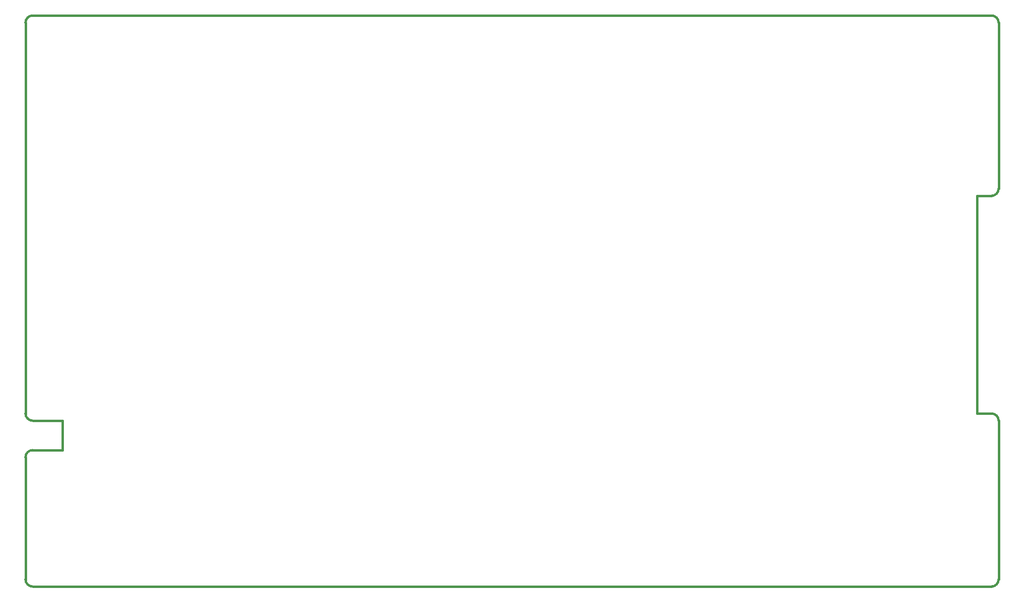
<source format=gbr>
G04 #@! TF.GenerationSoftware,KiCad,Pcbnew,(5.1.9)-1*
G04 #@! TF.CreationDate,2021-03-14T14:47:40+00:00*
G04 #@! TF.ProjectId,Greaseweazle F1 3.5 Inch Rev 2B,47726561-7365-4776-9561-7a6c65204631,2B*
G04 #@! TF.SameCoordinates,PX6312cb0PY6bcb370*
G04 #@! TF.FileFunction,Profile,NP*
%FSLAX46Y46*%
G04 Gerber Fmt 4.6, Leading zero omitted, Abs format (unit mm)*
G04 Created by KiCad (PCBNEW (5.1.9)-1) date 2021-03-14 14:47:40*
%MOMM*%
%LPD*%
G01*
G04 APERTURE LIST*
G04 #@! TA.AperFunction,Profile*
%ADD10C,0.381000*%
G04 #@! TD*
G04 APERTURE END LIST*
D10*
X115824000Y30480000D02*
X113284000Y30480000D01*
X115824000Y-7620000D02*
X113284000Y-7620000D01*
X117094000Y-36664900D02*
X117094000Y-8890000D01*
X117094000Y-8890000D02*
G75*
G03*
X115824000Y-7620000I-1270000J0D01*
G01*
X113284000Y30480000D02*
X113284000Y-7620000D01*
X115824000Y30480000D02*
G75*
G03*
X117094000Y31750000I0J1270000D01*
G01*
X-53086000Y-15303500D02*
X-53086000Y-36664900D01*
X-51816000Y-14033500D02*
X-46609000Y-14033500D01*
X-51816000Y-8890000D02*
X-46609000Y-8890000D01*
X-46609000Y-8890000D02*
X-46609000Y-14033500D01*
X-51816000Y-14033500D02*
G75*
G03*
X-53086000Y-15303500I0J-1270000D01*
G01*
X-53086000Y-7620000D02*
G75*
G03*
X-51816000Y-8890000I1270000J0D01*
G01*
X115824000Y-37934900D02*
G75*
G03*
X117094000Y-36664900I0J1270000D01*
G01*
X-51816000Y62064900D02*
G75*
G03*
X-53086000Y60794900I0J-1270000D01*
G01*
X117094000Y60794900D02*
G75*
G03*
X115824000Y62064900I-1270000J0D01*
G01*
X-53086000Y-36664900D02*
G75*
G03*
X-51816000Y-37934900I1270000J0D01*
G01*
X-53086000Y60794900D02*
X-53086000Y-7620000D01*
X-51816000Y-37934900D02*
X115824000Y-37934900D01*
X115824000Y62064900D02*
X-51816000Y62064900D01*
X117094000Y31750000D02*
X117094000Y60794900D01*
M02*

</source>
